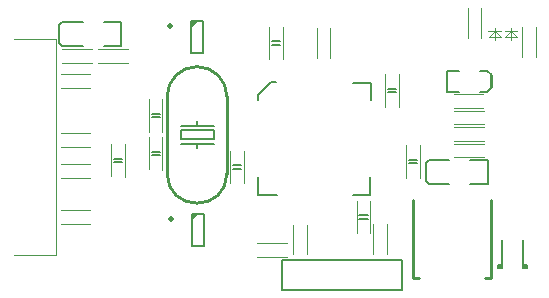
<source format=gto>
G04 Layer_Color=16777215*
%FSLAX43Y43*%
%MOMM*%
G71*
G01*
G75*
%ADD33C,0.254*%
%ADD34C,0.125*%
%ADD35C,0.100*%
%ADD36C,0.200*%
%ADD37C,0.127*%
%ADD38C,0.500*%
G36*
X107192Y92292D02*
Y92853D01*
X107753D01*
X107192Y92292D01*
D02*
G37*
G36*
X107092Y108592D02*
Y109153D01*
X107653D01*
X107092Y108592D01*
D02*
G37*
D33*
X110140Y102776D02*
G03*
X105060Y102780I-2540J4D01*
G01*
X105060Y96300D02*
G03*
X110140Y96296I2540J0D01*
G01*
X125900Y87396D02*
X126420D01*
X132008D02*
X132500D01*
X125900D02*
Y94000D01*
X132500Y87396D02*
Y94000D01*
X105050Y96340D02*
Y102740D01*
X110150Y96240D02*
Y102790D01*
D34*
X112650Y89225D02*
X115175D01*
X112650Y90375D02*
X115175D01*
X131675Y107750D02*
Y110275D01*
X130525Y107750D02*
Y110275D01*
X136275Y106150D02*
Y108675D01*
X135125Y106150D02*
Y108675D01*
X103525Y99825D02*
Y102600D01*
X104675Y99825D02*
Y102575D01*
Y96600D02*
Y99375D01*
X103525Y96625D02*
Y99375D01*
X125325Y95925D02*
Y98675D01*
X126475Y95900D02*
Y98675D01*
X111575Y95425D02*
Y98175D01*
X110425Y95425D02*
Y98200D01*
X123525Y101925D02*
Y104675D01*
X124675Y101900D02*
Y104675D01*
X121125Y91225D02*
Y93975D01*
X122275Y91200D02*
Y93975D01*
X114875Y105925D02*
Y108675D01*
X113725Y105925D02*
Y108700D01*
X129350Y98775D02*
X131875D01*
X129350Y97625D02*
X131875D01*
X129350Y100175D02*
X131875D01*
X129350Y99025D02*
X131875D01*
X116875Y89425D02*
Y91950D01*
X115725Y89425D02*
Y91950D01*
X96050Y93175D02*
X98575D01*
X96050Y92025D02*
X98575D01*
X96050Y97075D02*
X98575D01*
X96050Y95925D02*
X98575D01*
X96050Y104675D02*
X98575D01*
X96050Y103525D02*
X98575D01*
X96050Y99675D02*
X98575D01*
X96050Y98525D02*
X98575D01*
X129350Y101575D02*
X131875D01*
X129350Y100425D02*
X131875D01*
X96150Y106775D02*
X98675D01*
X96150Y105625D02*
X98675D01*
X99250Y106775D02*
X101775D01*
X99250Y105625D02*
X101775D01*
X118875Y106025D02*
Y108550D01*
X117725Y106025D02*
Y108550D01*
X122525Y89450D02*
Y91975D01*
X123675Y89450D02*
Y91975D01*
X129325Y101825D02*
X131850D01*
X129325Y102975D02*
X131850D01*
X100325Y96025D02*
Y98775D01*
X101475Y96000D02*
Y98775D01*
D35*
X132275Y108350D02*
X133300Y108350D01*
X132800Y108350D02*
X133300Y107850D01*
X132300Y107850D02*
X132800Y108350D01*
X132300Y107850D02*
X133300Y107850D01*
X132800Y107600D02*
Y108600D01*
X134200Y107600D02*
Y108600D01*
X133700Y107850D02*
X134700D01*
X133700D02*
X134200Y108350D01*
X134700Y107850D01*
X133675Y108350D02*
X134700D01*
X92076Y107644D02*
X95632D01*
Y98500D02*
Y107644D01*
Y89356D02*
Y98500D01*
X92076Y89356D02*
X95632D01*
D36*
X103750Y101075D02*
X104450D01*
X103750Y101350D02*
X104450D01*
X103750Y98125D02*
X104450D01*
X103750Y97850D02*
X104450D01*
X125550Y97150D02*
X126250D01*
X125550Y97425D02*
X126250D01*
X110650Y96950D02*
X111350D01*
X110650Y96675D02*
X111350D01*
X123750Y103150D02*
X124450D01*
X123750Y103425D02*
X124450D01*
X121350Y92450D02*
X122050D01*
X121350Y92725D02*
X122050D01*
X113950Y107450D02*
X114650D01*
X113950Y107175D02*
X114650D01*
X130700Y95400D02*
X132200D01*
X127200D02*
X128950D01*
X126950Y95650D02*
X127200Y95400D01*
X126950Y95650D02*
Y97150D01*
X127200Y97400D01*
X128950D01*
X132200Y95400D02*
Y97400D01*
X130700D02*
X132200D01*
X99700Y107100D02*
X101200D01*
X96200D02*
X97950D01*
X95950Y107350D02*
X96200Y107100D01*
X95950Y107350D02*
Y108850D01*
X96200Y109100D01*
X97950D01*
X101200Y107100D02*
Y109100D01*
X99700D02*
X101200D01*
X114810Y86430D02*
Y88970D01*
X124970D01*
X114810Y86430D02*
X124970D01*
Y88970D01*
X112800Y102525D02*
Y102950D01*
X113825Y103975D01*
X112800Y94425D02*
Y95950D01*
Y94425D02*
X114400Y94425D01*
X120775D02*
X122275Y94425D01*
X122275Y95975D01*
X122325Y102525D02*
X122325Y103925D01*
X120800D02*
X122325D01*
X113825Y103975D02*
X114250D01*
X107625Y100300D02*
Y100675D01*
Y100300D02*
X109000D01*
X106250D02*
X107625D01*
Y99925D02*
X109000D01*
Y99550D02*
Y99925D01*
X106250Y99550D02*
Y99925D01*
X107625D01*
X106250Y99175D02*
X107625D01*
X106250D02*
Y99550D01*
X109000Y99175D02*
Y99550D01*
X107625Y99175D02*
X109000D01*
X106250Y98800D02*
X107625D01*
X109000D01*
X107625Y98425D02*
Y98800D01*
X100550Y97250D02*
X101250D01*
X100550Y97525D02*
X101250D01*
D37*
X133100Y88400D02*
X133400D01*
X133100Y88500D02*
X133400D01*
X133100Y88300D02*
Y88500D01*
X135200Y88400D02*
X135500D01*
X135200Y88500D02*
X135500D01*
Y88300D02*
Y88500D01*
X135200Y88300D02*
X135500D01*
X135200D02*
Y90600D01*
X133400Y88300D02*
Y90600D01*
X133100Y88300D02*
X133400D01*
X107092Y109153D02*
X108108D01*
X108108Y106453D01*
X107092D02*
X108108D01*
X107092D02*
X107092Y109153D01*
X107192Y92853D02*
X108208D01*
X108208Y90153D01*
X107192D02*
X108208D01*
X107192D02*
X107192Y92853D01*
X132175Y103211D02*
X132556Y103592D01*
Y104608D01*
X132175Y104989D02*
X132556Y104608D01*
X128758Y104989D02*
X129775D01*
X131553D02*
X132175D01*
X128758Y103211D02*
X129775D01*
X128758D02*
Y104989D01*
X131553Y103211D02*
X132175D01*
X132454Y103490D02*
Y104710D01*
D38*
X105330Y108760D02*
X105325Y108755D01*
X105330Y108750D01*
X105335Y108755D01*
X105330Y108760D01*
X105430Y92460D02*
X105425Y92455D01*
X105430Y92450D01*
X105435Y92455D01*
X105430Y92460D01*
M02*

</source>
